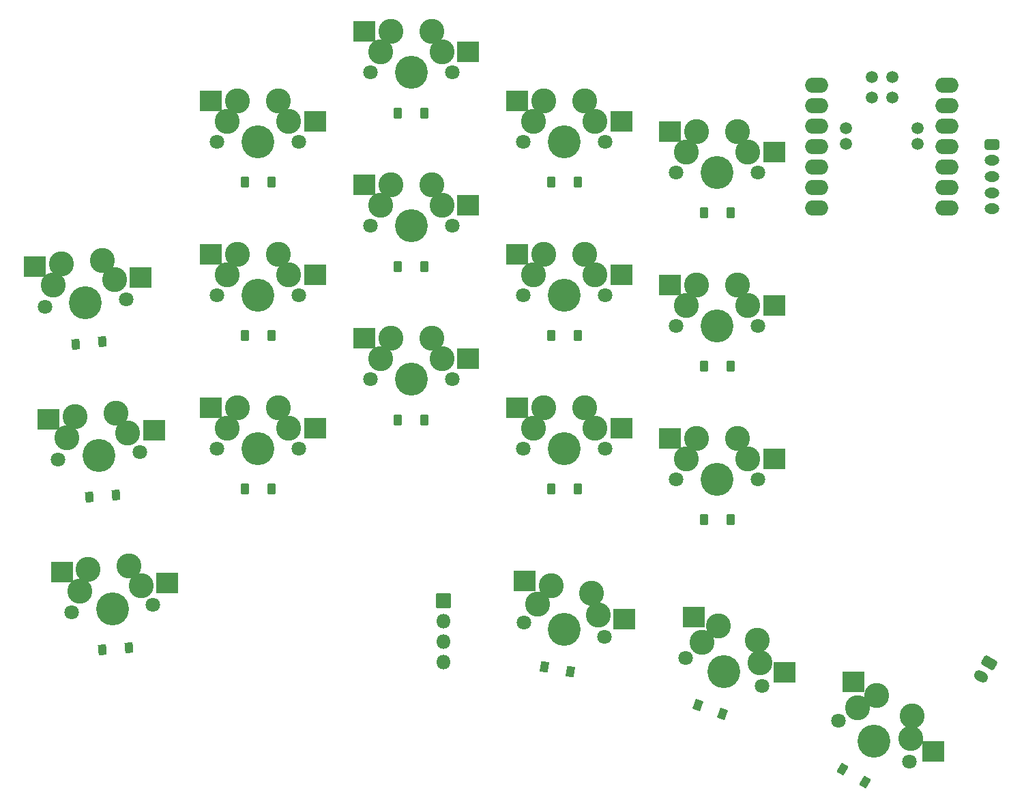
<source format=gbr>
%TF.GenerationSoftware,KiCad,Pcbnew,(6.0.0)*%
%TF.CreationDate,2022-12-29T10:21:43-08:00*%
%TF.ProjectId,mine,6d696e65-2e6b-4696-9361-645f70636258,v1.0.0*%
%TF.SameCoordinates,Original*%
%TF.FileFunction,Soldermask,Top*%
%TF.FilePolarity,Negative*%
%FSLAX46Y46*%
G04 Gerber Fmt 4.6, Leading zero omitted, Abs format (unit mm)*
G04 Created by KiCad (PCBNEW (6.0.0)) date 2022-12-29 10:21:43*
%MOMM*%
%LPD*%
G01*
G04 APERTURE LIST*
G04 Aperture macros list*
%AMRoundRect*
0 Rectangle with rounded corners*
0 $1 Rounding radius*
0 $2 $3 $4 $5 $6 $7 $8 $9 X,Y pos of 4 corners*
0 Add a 4 corners polygon primitive as box body*
4,1,4,$2,$3,$4,$5,$6,$7,$8,$9,$2,$3,0*
0 Add four circle primitives for the rounded corners*
1,1,$1+$1,$2,$3*
1,1,$1+$1,$4,$5*
1,1,$1+$1,$6,$7*
1,1,$1+$1,$8,$9*
0 Add four rect primitives between the rounded corners*
20,1,$1+$1,$2,$3,$4,$5,0*
20,1,$1+$1,$4,$5,$6,$7,0*
20,1,$1+$1,$6,$7,$8,$9,0*
20,1,$1+$1,$8,$9,$2,$3,0*%
%AMHorizOval*
0 Thick line with rounded ends*
0 $1 width*
0 $2 $3 position (X,Y) of the first rounded end (center of the circle)*
0 $4 $5 position (X,Y) of the second rounded end (center of the circle)*
0 Add line between two ends*
20,1,$1,$2,$3,$4,$5,0*
0 Add two circle primitives to create the rounded ends*
1,1,$1,$2,$3*
1,1,$1,$4,$5*%
G04 Aperture macros list end*
%ADD10C,3.100000*%
%ADD11C,1.801800*%
%ADD12C,4.087800*%
%ADD13RoundRect,0.050000X1.275000X1.250000X-1.275000X1.250000X-1.275000X-1.250000X1.275000X-1.250000X0*%
%ADD14RoundRect,0.300000X-0.366266X0.615609X-0.716266X0.009391X0.366266X-0.615609X0.716266X-0.009391X0*%
%ADD15HorizOval,1.300000X-0.238157X0.137500X0.238157X-0.137500X0*%
%ADD16RoundRect,0.050000X-0.450000X-0.600000X0.450000X-0.600000X0.450000X0.600000X-0.450000X0.600000X0*%
%ADD17O,2.850000X1.900000*%
%ADD18C,1.497000*%
%ADD19RoundRect,0.050000X-0.850000X-0.850000X0.850000X-0.850000X0.850000X0.850000X-0.850000X0.850000X0*%
%ADD20O,1.800000X1.800000*%
%ADD21RoundRect,0.050000X-0.395994X-0.636937X0.500581X-0.558497X0.395994X0.636937X-0.500581X0.558497X0*%
%ADD22RoundRect,0.050000X-0.689711X-0.294615X0.089711X-0.744615X0.689711X0.294615X-0.089711X0.744615X0*%
%ADD23RoundRect,0.050000X-0.628074X-0.409907X0.217650X-0.717725X0.628074X0.409907X-0.217650X0.717725X0*%
%ADD24RoundRect,0.300000X-0.625000X0.350000X-0.625000X-0.350000X0.625000X-0.350000X0.625000X0.350000X0*%
%ADD25O,1.850000X1.300000*%
%ADD26RoundRect,0.050000X-0.547352X-0.512743X0.338975X-0.669026X0.547352X0.512743X-0.338975X0.669026X0*%
G04 APERTURE END LIST*
D10*
%TO.C,S4*%
X48730000Y-81212500D03*
X55080000Y-78672500D03*
X56350000Y-81212500D03*
D11*
X57620000Y-83752500D03*
D12*
X52540000Y-83752500D03*
D10*
X50000000Y-78672500D03*
D11*
X47460000Y-83752500D03*
D13*
X59625000Y-81212500D03*
X46698000Y-78672500D03*
%TD*%
D10*
%TO.C,S1*%
X31480882Y-98796521D03*
D12*
X34453968Y-103635814D03*
D11*
X39514637Y-103193063D03*
D10*
X38028094Y-100773416D03*
X30437091Y-101437543D03*
D11*
X29393299Y-104078565D03*
D10*
X36541551Y-98353769D03*
D13*
X41290632Y-100487981D03*
X28191447Y-99084309D03*
%TD*%
D10*
%TO.C,S18*%
X126944075Y-115951701D03*
X133543189Y-119761701D03*
X129313927Y-114386997D03*
X133713337Y-116926997D03*
D11*
X133373041Y-122596406D03*
D12*
X128973632Y-120056406D03*
D11*
X124574223Y-117516406D03*
D13*
X136379422Y-121399201D03*
X126454312Y-112735997D03*
%TD*%
D11*
%TO.C,S9*%
X76620000Y-37080000D03*
D10*
X69000000Y-32000000D03*
D11*
X66460000Y-37080000D03*
D10*
X67730000Y-34540000D03*
X75350000Y-34540000D03*
X74080000Y-32000000D03*
D12*
X71540000Y-37080000D03*
D13*
X78625000Y-34540000D03*
X65698000Y-32000000D03*
%TD*%
D14*
%TO.C,REF\u002A\u002A*%
X143264089Y-110362789D03*
D15*
X142264089Y-112094840D03*
%TD*%
D16*
%TO.C,D14*%
X107890000Y-73512500D03*
X111190000Y-73512500D03*
%TD*%
D10*
%TO.C,S15*%
X107000000Y-44382500D03*
D11*
X114620000Y-49462500D03*
D10*
X112080000Y-44382500D03*
D11*
X104460000Y-49462500D03*
D10*
X105730000Y-46922500D03*
D12*
X109540000Y-49462500D03*
D10*
X113350000Y-46922500D03*
D13*
X116625000Y-46922500D03*
X103698000Y-44382500D03*
%TD*%
D10*
%TO.C,S10*%
X93080000Y-78672500D03*
X86730000Y-81212500D03*
D12*
X90540000Y-83752500D03*
D10*
X94350000Y-81212500D03*
X88000000Y-78672500D03*
D11*
X95620000Y-83752500D03*
X85460000Y-83752500D03*
D13*
X97625000Y-81212500D03*
X84698000Y-78672500D03*
%TD*%
D16*
%TO.C,D15*%
X107890000Y-54462500D03*
X111190000Y-54462500D03*
%TD*%
D11*
%TO.C,S5*%
X47460000Y-64702500D03*
D10*
X50000000Y-59622500D03*
X56350000Y-62162500D03*
X48730000Y-62162500D03*
D12*
X52540000Y-64702500D03*
D11*
X57620000Y-64702500D03*
D10*
X55080000Y-59622500D03*
D13*
X59625000Y-62162500D03*
X46698000Y-59622500D03*
%TD*%
D17*
%TO.C,MCU1*%
X121863008Y-38611814D03*
X121863008Y-41151814D03*
X121863008Y-43691814D03*
X121863008Y-46231814D03*
X121863008Y-48771814D03*
X121863008Y-51311814D03*
X121863008Y-53851814D03*
X138052928Y-53851814D03*
X138052928Y-51311814D03*
X138052928Y-48771814D03*
X138052928Y-46231814D03*
X138052928Y-43691814D03*
X138052928Y-41151814D03*
X138052928Y-38611814D03*
D18*
X128687968Y-37659814D03*
X131227968Y-37659814D03*
X128687968Y-40199814D03*
X131227968Y-40199814D03*
X125512968Y-45914814D03*
X134402968Y-45914814D03*
X125512968Y-44009814D03*
X134402968Y-44009814D03*
%TD*%
D19*
%TO.C,REF\u002A\u002A*%
X75592327Y-102619814D03*
D20*
X75592327Y-105159814D03*
X75592327Y-107699814D03*
X75592327Y-110239814D03*
%TD*%
D16*
%TO.C,D12*%
X88890000Y-50652500D03*
X92190000Y-50652500D03*
%TD*%
D11*
%TO.C,S7*%
X76620000Y-75180000D03*
D12*
X71540000Y-75180000D03*
D10*
X75350000Y-72640000D03*
X69000000Y-70100000D03*
X74080000Y-70100000D03*
D11*
X66460000Y-75180000D03*
D10*
X67730000Y-72640000D03*
D13*
X78625000Y-72640000D03*
X65698000Y-70100000D03*
%TD*%
D10*
%TO.C,S8*%
X69000000Y-51050000D03*
D11*
X66460000Y-56130000D03*
D10*
X75350000Y-53590000D03*
X74080000Y-51050000D03*
X67730000Y-53590000D03*
D12*
X71540000Y-56130000D03*
D11*
X76620000Y-56130000D03*
D13*
X78625000Y-53590000D03*
X65698000Y-51050000D03*
%TD*%
D12*
%TO.C,S13*%
X109540000Y-87562500D03*
D10*
X107000000Y-82482500D03*
D11*
X114620000Y-87562500D03*
D10*
X105730000Y-85022500D03*
X113350000Y-85022500D03*
X112080000Y-82482500D03*
D11*
X104460000Y-87562500D03*
D13*
X116625000Y-85022500D03*
X103698000Y-82482500D03*
%TD*%
D16*
%TO.C,D4*%
X50890000Y-88752500D03*
X54190000Y-88752500D03*
%TD*%
D10*
%TO.C,S3*%
X27116457Y-63482525D03*
D11*
X26072665Y-66123547D03*
D10*
X33220917Y-60398751D03*
X34707460Y-62818398D03*
X28160248Y-60841503D03*
D12*
X31133334Y-65680796D03*
D11*
X36194003Y-65238045D03*
D13*
X37969998Y-62532963D03*
X24870813Y-61129291D03*
%TD*%
D21*
%TO.C,D1*%
X33246026Y-108760595D03*
X36533468Y-108472981D03*
%TD*%
D16*
%TO.C,D11*%
X88890000Y-69702500D03*
X92190000Y-69702500D03*
%TD*%
D12*
%TO.C,S14*%
X109540000Y-68512500D03*
D11*
X104460000Y-68512500D03*
D10*
X113350000Y-65972500D03*
X112080000Y-63432500D03*
X105730000Y-65972500D03*
X107000000Y-63432500D03*
D11*
X114620000Y-68512500D03*
D13*
X116625000Y-65972500D03*
X103698000Y-63432500D03*
%TD*%
D16*
%TO.C,D10*%
X88890000Y-88752500D03*
X92190000Y-88752500D03*
%TD*%
%TO.C,D7*%
X69890000Y-80180000D03*
X73190000Y-80180000D03*
%TD*%
D22*
%TO.C,D18*%
X125044690Y-123561533D03*
X127902574Y-125211533D03*
%TD*%
D16*
%TO.C,D9*%
X69890000Y-42080000D03*
X73190000Y-42080000D03*
%TD*%
%TO.C,D5*%
X50890000Y-69702500D03*
X54190000Y-69702500D03*
%TD*%
%TO.C,D13*%
X107890000Y-92562500D03*
X111190000Y-92562500D03*
%TD*%
D10*
%TO.C,S12*%
X88000000Y-40572500D03*
X94350000Y-43112500D03*
D11*
X95620000Y-45652500D03*
X85460000Y-45652500D03*
D12*
X90540000Y-45652500D03*
D10*
X93080000Y-40572500D03*
X86730000Y-43112500D03*
D13*
X97625000Y-43112500D03*
X84698000Y-40572500D03*
%TD*%
D12*
%TO.C,S2*%
X32793651Y-84658305D03*
D10*
X29820565Y-79819012D03*
D11*
X27732982Y-85101056D03*
D10*
X34881234Y-79376260D03*
X28776774Y-82460034D03*
D11*
X37854320Y-84215554D03*
D10*
X36367777Y-81795907D03*
D13*
X39630315Y-81510472D03*
X26531130Y-80106800D03*
%TD*%
D16*
%TO.C,D8*%
X69890000Y-61130000D03*
X73190000Y-61130000D03*
%TD*%
D23*
%TO.C,D17*%
X107100065Y-115607329D03*
X110201051Y-116735995D03*
%TD*%
D21*
%TO.C,D2*%
X31585709Y-89783085D03*
X34873151Y-89495471D03*
%TD*%
D10*
%TO.C,S16*%
X88920721Y-100808610D03*
D11*
X95542823Y-107134633D03*
X85537177Y-105370367D03*
D12*
X90540000Y-106252500D03*
D10*
X87228949Y-103089489D03*
X93923544Y-101690743D03*
X94733184Y-104412688D03*
D13*
X97958429Y-104981386D03*
X85668886Y-100235224D03*
%TD*%
D16*
%TO.C,D6*%
X50890000Y-50652500D03*
X54190000Y-50652500D03*
%TD*%
D11*
%TO.C,S11*%
X85460000Y-64702500D03*
D10*
X88000000Y-59622500D03*
X93080000Y-59622500D03*
X94350000Y-62162500D03*
X86730000Y-62162500D03*
D12*
X90540000Y-64702500D03*
D11*
X95620000Y-64702500D03*
D13*
X97625000Y-62162500D03*
X84698000Y-59622500D03*
%TD*%
D24*
%TO.C,J2*%
X143642327Y-46003814D03*
D25*
X143642327Y-48003814D03*
X143642327Y-50003814D03*
X143642327Y-52003814D03*
X143642327Y-54003814D03*
%TD*%
D21*
%TO.C,D3*%
X29925392Y-70805576D03*
X33212834Y-70517962D03*
%TD*%
D26*
%TO.C,D16*%
X88046826Y-110890020D03*
X91296692Y-111463058D03*
%TD*%
D10*
%TO.C,S6*%
X50000000Y-40572500D03*
X55080000Y-40572500D03*
X48730000Y-43112500D03*
D12*
X52540000Y-45652500D03*
D10*
X56350000Y-43112500D03*
D11*
X47460000Y-45652500D03*
X57620000Y-45652500D03*
D13*
X59625000Y-43112500D03*
X46698000Y-40572500D03*
%TD*%
D12*
%TO.C,S17*%
X110360659Y-111473199D03*
D10*
X114484941Y-107568292D03*
X109711302Y-105830829D03*
D11*
X115134298Y-113210661D03*
D10*
X114809619Y-110389476D03*
D11*
X105587020Y-109735737D03*
D10*
X107649161Y-107783283D03*
D13*
X117887112Y-111509592D03*
X106608437Y-104701479D03*
%TD*%
M02*

</source>
